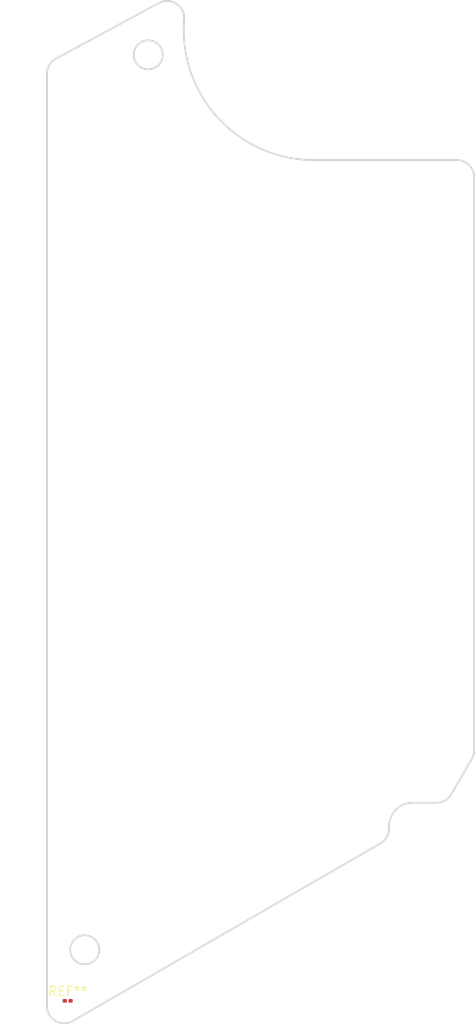
<source format=kicad_pcb>
(kicad_pcb (version 20221018) (generator pcbnew)
  (layers (0 "F.Cu" signal) (31 "B.Cu" signal) (34 "B.Paste" user) (35 "F.Paste" user) (36 "B.SilkS" user "B.Silkscreen") (37 "F.SilkS" user "F.Silkscreen") (38 "B.Mask" user) (39 "F.Mask" user) (44 "Edge.Cuts" user))
  (net 0 "")
  (footprint "Resistor_SMD:R_0201_0603Metric" (layer "F.Cu") (at 130.175 149.987)
    (fp_text reference "REF**" (at 0 -1.05) (layer "F.SilkS"))
    (fp_text value "R_0201_0603Metric")
    (pad "1" smd roundrect (at -0.32 0) (size 0.46 0.4) (layers "F.Cu" "F.Mask"))
    (pad "2" smd roundrect (at 0.32 0) (size 0.46 0.4) (layers "F.Cu" "F.Mask"))
  )
  (gr_line (start 140.095731 40.136018) (end 128.99529 46.152725) (stroke (width 0.2)) (layer "Edge.Cuts"))
  (gr_arc (start 173.047638 57.372768) (mid 174.391141 57.929265) (end 174.947638 59.272768) (stroke (width 0.2)) (layer "Edge.Cuts"))
  (gr_circle (center 132.047637 144.364813) (end 133.647637 144.364813) (stroke (width 0.2)) (fill none) (layer "Edge.Cuts"))
  (gr_arc (start 127.889 47.879) (mid 128.189305 46.853829) (end 128.99529 46.152725) (stroke (width 0.2)) (layer "Edge.Cuts"))
  (gr_line (start 127.889 47.879) (end 127.889 150.562002) (stroke (width 0.2)) (layer "Edge.Cuts"))
  (gr_line (start 173.047638 57.372768) (end 157.298344 57.372768) (stroke (width 0.2)) (layer "Edge.Cuts"))
  (gr_line (start 168.179569 128.164768) (end 170.799426 128.164978) (stroke (width 0.2)) (layer "Edge.Cuts"))
  (gr_arc (start 130.739 152.20745) (mid 128.839 152.20745) (end 127.889 150.562002) (stroke (width 0.2)) (layer "Edge.Cuts"))
  (gr_arc (start 172.445027 127.214978) (mid 171.749513 127.910464) (end 170.799426 128.164978) (stroke (width 0.2)) (layer "Edge.Cuts"))
  (gr_arc (start 157.298344 57.372768) (mid 146.763189 52.762156) (end 143.002891 41.894434) (stroke (width 0.2)) (layer "Edge.Cuts"))
  (gr_line (start 174.947638 122.371225) (end 174.947638 59.272768) (stroke (width 0.2)) (layer "Edge.Cuts"))
  (gr_circle (center 139.047637 45.782767) (end 140.647637 45.782767) (stroke (width 0.2)) (fill none) (layer "Edge.Cuts"))
  (gr_line (start 168.179238 128.164768) (end 168.179569 128.164768) (stroke (width 0.2)) (layer "Edge.Cuts"))
  (gr_line (start 172.445027 127.214978) (end 174.693086 123.321225) (stroke (width 0.2)) (layer "Edge.Cuts"))
  (gr_line (start 130.739 152.20745) (end 164.616802 132.648092) (stroke (width 0.2)) (layer "Edge.Cuts"))
  (gr_arc (start 165.563382 130.888698) (mid 166.290952 128.969401) (end 168.179238 128.164768) (stroke (width 0.2)) (layer "Edge.Cuts"))
  (gr_arc (start 140.095731 40.136018) (mid 142.09225 40.117594) (end 143.002891 41.894434) (stroke (width 0.2)) (layer "Edge.Cuts"))
  (gr_arc (start 174.947638 122.371225) (mid 174.882897 122.862981) (end 174.693086 123.321225) (stroke (width 0.2)) (layer "Edge.Cuts"))
  (gr_arc (start 165.563382 130.888698) (mid 165.340009 131.902854) (end 164.616802 132.648092) (stroke (width 0.2)) (layer "Edge.Cuts"))
)
</source>
